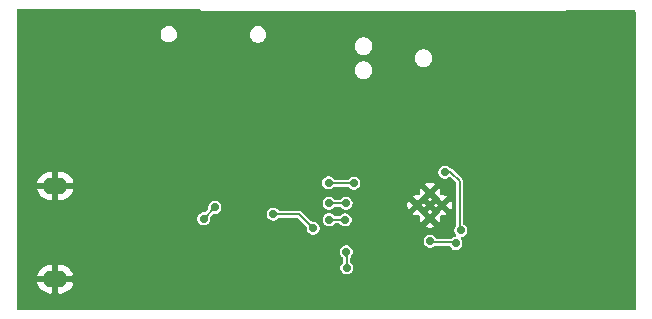
<source format=gbl>
%TF.GenerationSoftware,KiCad,Pcbnew,9.0.3*%
%TF.CreationDate,2025-09-07T14:42:41+02:00*%
%TF.ProjectId,LoTiBloxy,4c6f5469-426c-46f7-9879-2e6b69636164,rev?*%
%TF.SameCoordinates,Original*%
%TF.FileFunction,Copper,L2,Bot*%
%TF.FilePolarity,Positive*%
%FSLAX46Y46*%
G04 Gerber Fmt 4.6, Leading zero omitted, Abs format (unit mm)*
G04 Created by KiCad (PCBNEW 9.0.3) date 2025-09-07 14:42:41*
%MOMM*%
%LPD*%
G01*
G04 APERTURE LIST*
%TA.AperFunction,ComponentPad*%
%ADD10C,0.700000*%
%TD*%
%TA.AperFunction,ComponentPad*%
%ADD11O,2.108200X1.422400*%
%TD*%
%TA.AperFunction,ViaPad*%
%ADD12C,0.700000*%
%TD*%
%TA.AperFunction,Conductor*%
%ADD13C,0.200000*%
%TD*%
G04 APERTURE END LIST*
D10*
%TO.P,U2,33,EGP*%
%TO.N,GND*%
X115565000Y-99268196D03*
X114540000Y-100318196D03*
X114540000Y-98218196D03*
X114539997Y-99268196D03*
X113465000Y-99268196D03*
%TD*%
D11*
%TO.P,J3,6,Shield*%
%TO.N,GND*%
X82829299Y-97625000D03*
X82829299Y-105525000D03*
%TD*%
D12*
%TO.N,GND*%
X96174700Y-100975300D03*
X95325000Y-101750000D03*
X92850000Y-104250000D03*
X84375000Y-105525000D03*
X124495000Y-97955000D03*
X85450000Y-97750000D03*
X87050000Y-99100000D03*
X120000000Y-91875000D03*
X91650000Y-93000000D03*
X96250000Y-107600000D03*
X95321600Y-106771600D03*
X113300000Y-93738196D03*
X106400000Y-105750000D03*
X126150000Y-102725000D03*
X114525000Y-104925000D03*
X120950000Y-101900000D03*
X131075000Y-103900000D03*
X111000000Y-105150000D03*
X98166800Y-96316800D03*
X103775000Y-104200000D03*
X115640000Y-92410000D03*
X82850000Y-95950000D03*
X123700000Y-86800000D03*
X124500000Y-96300000D03*
X100875000Y-94350000D03*
X93200000Y-91200000D03*
X90450000Y-100600000D03*
X116700000Y-93700000D03*
X102880000Y-103105000D03*
X93175000Y-88975000D03*
X123250000Y-95200000D03*
X94300000Y-94000000D03*
X114350000Y-92700000D03*
X99475000Y-97325000D03*
X119585000Y-106050001D03*
X119845000Y-102795000D03*
X124600000Y-102800000D03*
X90000000Y-88975000D03*
X93250000Y-93200000D03*
X98960000Y-95140000D03*
X81225000Y-100375000D03*
X112050000Y-105850000D03*
X82850000Y-103850000D03*
X128250000Y-102800000D03*
X93088873Y-99038873D03*
X87200000Y-100250000D03*
X93975000Y-105374400D03*
X82800000Y-106825000D03*
X82850000Y-99400000D03*
X105475000Y-87600000D03*
X123245000Y-98895000D03*
X110375000Y-103896400D03*
X81200000Y-102700000D03*
X86732618Y-104056948D03*
X94350000Y-92250000D03*
X110175000Y-84575000D03*
X127250000Y-103650000D03*
X122301804Y-102798196D03*
X121900000Y-94700000D03*
X91850000Y-99650000D03*
X103250000Y-91850000D03*
X123390000Y-103640000D03*
X101600000Y-106000000D03*
X85400000Y-105150000D03*
X93975000Y-102991294D03*
X94300000Y-90200000D03*
X103250000Y-93475000D03*
X113600000Y-105850000D03*
X109480000Y-103080000D03*
X81000000Y-97600000D03*
%TO.N,/VLED*%
X95376600Y-100406600D03*
X96331902Y-99451298D03*
%TO.N,/VDD_1V8*%
X117150000Y-101400000D03*
X114550000Y-102300000D03*
X116725000Y-102500000D03*
X107500000Y-104565000D03*
X115800000Y-96450000D03*
X107450000Y-103215000D03*
%TO.N,/MCU/batCheck*%
X104650000Y-101200000D03*
X101281475Y-100025000D03*
%TO.N,/SDA*%
X106000000Y-99100000D03*
X107430000Y-99100000D03*
%TO.N,/SCL*%
X105950000Y-97375000D03*
X108090000Y-97400000D03*
%TO.N,/INTB*%
X106000000Y-100475000D03*
X107354000Y-100500000D03*
%TD*%
D13*
%TO.N,/SCL*%
X105975000Y-97400000D02*
X105950000Y-97375000D01*
X108090000Y-97400000D02*
X105975000Y-97400000D01*
%TO.N,/INTB*%
X106025000Y-100500000D02*
X106000000Y-100475000D01*
X107354000Y-100500000D02*
X106025000Y-100500000D01*
%TO.N,/SDA*%
X107430000Y-99100000D02*
X106000000Y-99100000D01*
%TO.N,/VDD_1V8*%
X117043200Y-97231200D02*
X116262000Y-96450000D01*
X117150000Y-101400000D02*
X117043200Y-101293200D01*
X117043200Y-101293200D02*
X117043200Y-97231200D01*
X116262000Y-96450000D02*
X115800000Y-96450000D01*
X116704509Y-102379509D02*
X114819507Y-102379509D01*
X116725000Y-102400000D02*
X116704509Y-102379509D01*
X116725000Y-102500000D02*
X116725000Y-102400000D01*
X114819507Y-102379509D02*
X114739998Y-102300000D01*
X114739998Y-102300000D02*
X114550000Y-102300000D01*
%TO.N,/VLED*%
X96331902Y-99451298D02*
X95376600Y-100406600D01*
%TO.N,/VDD_1V8*%
X107500000Y-103650000D02*
X107500000Y-104565000D01*
X107450000Y-103215000D02*
X107450000Y-103600000D01*
X107450000Y-103600000D02*
X107500000Y-103650000D01*
%TO.N,/MCU/batCheck*%
X103475000Y-100025000D02*
X101281475Y-100025000D01*
X104650000Y-101200000D02*
X103475000Y-100025000D01*
%TD*%
%TA.AperFunction,Conductor*%
%TO.N,GND*%
G36*
X95015677Y-82644685D02*
G01*
X95036319Y-82661319D01*
X95175000Y-82800000D01*
X126000000Y-82800000D01*
X126013681Y-82786319D01*
X126075004Y-82752834D01*
X126101362Y-82750000D01*
X131826000Y-82750000D01*
X131893039Y-82769685D01*
X131938794Y-82822489D01*
X131950000Y-82874000D01*
X131950000Y-108026000D01*
X131930315Y-108093039D01*
X131877511Y-108138794D01*
X131826000Y-108150000D01*
X79674000Y-108150000D01*
X79606961Y-108130315D01*
X79561206Y-108077511D01*
X79550000Y-108026000D01*
X79550000Y-105275000D01*
X81299699Y-105275000D01*
X82309811Y-105275000D01*
X82299247Y-105281099D01*
X82242498Y-105337848D01*
X82202371Y-105407352D01*
X82181599Y-105484872D01*
X82181599Y-105565128D01*
X82202371Y-105642648D01*
X82242498Y-105712152D01*
X82299247Y-105768901D01*
X82309811Y-105775000D01*
X81299699Y-105775000D01*
X81305025Y-105808630D01*
X81363934Y-105989936D01*
X81450488Y-106159807D01*
X81562550Y-106314045D01*
X81562550Y-106314046D01*
X81697352Y-106448848D01*
X81851591Y-106560910D01*
X82021462Y-106647464D01*
X82202772Y-106706375D01*
X82391077Y-106736200D01*
X82579299Y-106736200D01*
X82579299Y-105829800D01*
X83079299Y-105829800D01*
X83079299Y-106736200D01*
X83267521Y-106736200D01*
X83455823Y-106706375D01*
X83455826Y-106706375D01*
X83637135Y-106647464D01*
X83807006Y-106560910D01*
X83961244Y-106448848D01*
X83961245Y-106448848D01*
X84096047Y-106314046D01*
X84096047Y-106314045D01*
X84208109Y-106159807D01*
X84294663Y-105989936D01*
X84353572Y-105808630D01*
X84358899Y-105775000D01*
X83348787Y-105775000D01*
X83359351Y-105768901D01*
X83416100Y-105712152D01*
X83456227Y-105642648D01*
X83476999Y-105565128D01*
X83476999Y-105484872D01*
X83456227Y-105407352D01*
X83416100Y-105337848D01*
X83359351Y-105281099D01*
X83348787Y-105275000D01*
X84358899Y-105275000D01*
X84353572Y-105241369D01*
X84294663Y-105060063D01*
X84208109Y-104890192D01*
X84096047Y-104735954D01*
X84096047Y-104735953D01*
X83961245Y-104601151D01*
X83807006Y-104489089D01*
X83637135Y-104402535D01*
X83455825Y-104343624D01*
X83267521Y-104313800D01*
X83079299Y-104313800D01*
X83079299Y-105220200D01*
X82579299Y-105220200D01*
X82579299Y-104313800D01*
X82391077Y-104313800D01*
X82202774Y-104343624D01*
X82202771Y-104343624D01*
X82021462Y-104402535D01*
X81851591Y-104489089D01*
X81697353Y-104601151D01*
X81697352Y-104601151D01*
X81562550Y-104735953D01*
X81562550Y-104735954D01*
X81450488Y-104890192D01*
X81363934Y-105060063D01*
X81305025Y-105241369D01*
X81299699Y-105275000D01*
X79550000Y-105275000D01*
X79550000Y-103142525D01*
X106899500Y-103142525D01*
X106899500Y-103287475D01*
X106937016Y-103427485D01*
X106937017Y-103427488D01*
X107009488Y-103553011D01*
X107009490Y-103553013D01*
X107009491Y-103553015D01*
X107111985Y-103655509D01*
X107111988Y-103655510D01*
X107111991Y-103655513D01*
X107118829Y-103659461D01*
X107130529Y-103671339D01*
X107143743Y-103678406D01*
X107157329Y-103698547D01*
X107165139Y-103706476D01*
X107169550Y-103714391D01*
X107169979Y-103715989D01*
X107183357Y-103739161D01*
X107183811Y-103739975D01*
X107186486Y-103751777D01*
X107199500Y-103800346D01*
X107199500Y-104035613D01*
X107179815Y-104102652D01*
X107163182Y-104123294D01*
X107059488Y-104226988D01*
X106987017Y-104352511D01*
X106987016Y-104352515D01*
X106949500Y-104492525D01*
X106949500Y-104637475D01*
X106975888Y-104735954D01*
X106987017Y-104777488D01*
X107059488Y-104903011D01*
X107059490Y-104903013D01*
X107059491Y-104903015D01*
X107161985Y-105005509D01*
X107161986Y-105005510D01*
X107161988Y-105005511D01*
X107287511Y-105077982D01*
X107287512Y-105077982D01*
X107287515Y-105077984D01*
X107427525Y-105115500D01*
X107427528Y-105115500D01*
X107572472Y-105115500D01*
X107572475Y-105115500D01*
X107712485Y-105077984D01*
X107838015Y-105005509D01*
X107940509Y-104903015D01*
X108012984Y-104777485D01*
X108050500Y-104637475D01*
X108050500Y-104492525D01*
X108012984Y-104352515D01*
X107940509Y-104226985D01*
X107838015Y-104124491D01*
X107838014Y-104124490D01*
X107836818Y-104123294D01*
X107803334Y-104061971D01*
X107800500Y-104035613D01*
X107800500Y-103694386D01*
X107820185Y-103627347D01*
X107836819Y-103606705D01*
X107890509Y-103553015D01*
X107962984Y-103427485D01*
X108000500Y-103287475D01*
X108000500Y-103142525D01*
X107962984Y-103002515D01*
X107890509Y-102876985D01*
X107788015Y-102774491D01*
X107788013Y-102774490D01*
X107788011Y-102774488D01*
X107662488Y-102702017D01*
X107662489Y-102702017D01*
X107651006Y-102698940D01*
X107522475Y-102664500D01*
X107377525Y-102664500D01*
X107248993Y-102698940D01*
X107237511Y-102702017D01*
X107111988Y-102774488D01*
X107111982Y-102774493D01*
X107009493Y-102876982D01*
X107009488Y-102876988D01*
X106937017Y-103002511D01*
X106937016Y-103002515D01*
X106899500Y-103142525D01*
X79550000Y-103142525D01*
X79550000Y-102227525D01*
X113999500Y-102227525D01*
X113999500Y-102372475D01*
X114037016Y-102512485D01*
X114037017Y-102512488D01*
X114109488Y-102638011D01*
X114109490Y-102638013D01*
X114109491Y-102638015D01*
X114211985Y-102740509D01*
X114211986Y-102740510D01*
X114211988Y-102740511D01*
X114337511Y-102812982D01*
X114337512Y-102812982D01*
X114337515Y-102812984D01*
X114477525Y-102850500D01*
X114477528Y-102850500D01*
X114622472Y-102850500D01*
X114622475Y-102850500D01*
X114762485Y-102812984D01*
X114888015Y-102740509D01*
X114912196Y-102716328D01*
X114973519Y-102682843D01*
X114999877Y-102680009D01*
X116121674Y-102680009D01*
X116188713Y-102699694D01*
X116229061Y-102742008D01*
X116284491Y-102838015D01*
X116386985Y-102940509D01*
X116386986Y-102940510D01*
X116386988Y-102940511D01*
X116512511Y-103012982D01*
X116512512Y-103012982D01*
X116512515Y-103012984D01*
X116652525Y-103050500D01*
X116652528Y-103050500D01*
X116797472Y-103050500D01*
X116797475Y-103050500D01*
X116937485Y-103012984D01*
X117063015Y-102940509D01*
X117165509Y-102838015D01*
X117237984Y-102712485D01*
X117275500Y-102572475D01*
X117275500Y-102427525D01*
X117237984Y-102287515D01*
X117165509Y-102161985D01*
X117162622Y-102159098D01*
X117160966Y-102156066D01*
X117160562Y-102155539D01*
X117160644Y-102155475D01*
X117129137Y-102097775D01*
X117134121Y-102028083D01*
X117175993Y-101972150D01*
X117218209Y-101951642D01*
X117222471Y-101950500D01*
X117222475Y-101950500D01*
X117362485Y-101912984D01*
X117488015Y-101840509D01*
X117590509Y-101738015D01*
X117662984Y-101612485D01*
X117700500Y-101472475D01*
X117700500Y-101327525D01*
X117662984Y-101187515D01*
X117632970Y-101135530D01*
X117590511Y-101061988D01*
X117590506Y-101061982D01*
X117488017Y-100959493D01*
X117488015Y-100959491D01*
X117443893Y-100934017D01*
X117405700Y-100911966D01*
X117357484Y-100861399D01*
X117343700Y-100804579D01*
X117343700Y-97191638D01*
X117342594Y-97187511D01*
X117342593Y-97187508D01*
X117335239Y-97160063D01*
X117323222Y-97115212D01*
X117283660Y-97046689D01*
X116446511Y-96209540D01*
X116446510Y-96209539D01*
X116446507Y-96209537D01*
X116444541Y-96208402D01*
X116444537Y-96208400D01*
X116437066Y-96204087D01*
X116377989Y-96169979D01*
X116301562Y-96149500D01*
X116299049Y-96149500D01*
X116287062Y-96144647D01*
X116270810Y-96131764D01*
X116245914Y-96117390D01*
X116138017Y-96009493D01*
X116138011Y-96009488D01*
X116012488Y-95937017D01*
X116012489Y-95937017D01*
X116001006Y-95933940D01*
X115872475Y-95899500D01*
X115727525Y-95899500D01*
X115598993Y-95933940D01*
X115587511Y-95937017D01*
X115461988Y-96009488D01*
X115461982Y-96009493D01*
X115359493Y-96111982D01*
X115359488Y-96111988D01*
X115287017Y-96237511D01*
X115287016Y-96237515D01*
X115249500Y-96377525D01*
X115249500Y-96522475D01*
X115287016Y-96662485D01*
X115287017Y-96662488D01*
X115359488Y-96788011D01*
X115359490Y-96788013D01*
X115359491Y-96788015D01*
X115461985Y-96890509D01*
X115461986Y-96890510D01*
X115461988Y-96890511D01*
X115587511Y-96962982D01*
X115587512Y-96962982D01*
X115587515Y-96962984D01*
X115727525Y-97000500D01*
X115727528Y-97000500D01*
X115872472Y-97000500D01*
X115872475Y-97000500D01*
X116012485Y-96962984D01*
X116138015Y-96890509D01*
X116138017Y-96890506D01*
X116144067Y-96887014D01*
X116211967Y-96870541D01*
X116277994Y-96893393D01*
X116293749Y-96906720D01*
X116706381Y-97319352D01*
X116739866Y-97380675D01*
X116742700Y-97407033D01*
X116742700Y-100977414D01*
X116723015Y-101044453D01*
X116714217Y-101055369D01*
X116714438Y-101055539D01*
X116709488Y-101061988D01*
X116637017Y-101187511D01*
X116637016Y-101187515D01*
X116599500Y-101327525D01*
X116599500Y-101472475D01*
X116637016Y-101612485D01*
X116637017Y-101612488D01*
X116709488Y-101738011D01*
X116709493Y-101738017D01*
X116712377Y-101740901D01*
X116714032Y-101743931D01*
X116714438Y-101744461D01*
X116714355Y-101744524D01*
X116745862Y-101802224D01*
X116740878Y-101871916D01*
X116699006Y-101927849D01*
X116656790Y-101948357D01*
X116512511Y-101987017D01*
X116381953Y-102062396D01*
X116319953Y-102079009D01*
X115129664Y-102079009D01*
X115062625Y-102059324D01*
X115022277Y-102017009D01*
X115004961Y-101987017D01*
X114990509Y-101961985D01*
X114888015Y-101859491D01*
X114888013Y-101859490D01*
X114888011Y-101859488D01*
X114762488Y-101787017D01*
X114762489Y-101787017D01*
X114751006Y-101783940D01*
X114622475Y-101749500D01*
X114477525Y-101749500D01*
X114348993Y-101783940D01*
X114337511Y-101787017D01*
X114211988Y-101859488D01*
X114211982Y-101859493D01*
X114109493Y-101961982D01*
X114109488Y-101961988D01*
X114037017Y-102087511D01*
X114037016Y-102087515D01*
X113999500Y-102227525D01*
X79550000Y-102227525D01*
X79550000Y-100334125D01*
X94826100Y-100334125D01*
X94826100Y-100479075D01*
X94862034Y-100613181D01*
X94863617Y-100619088D01*
X94936088Y-100744611D01*
X94936090Y-100744613D01*
X94936091Y-100744615D01*
X95038585Y-100847109D01*
X95038586Y-100847110D01*
X95038588Y-100847111D01*
X95164111Y-100919582D01*
X95164112Y-100919582D01*
X95164115Y-100919584D01*
X95304125Y-100957100D01*
X95304128Y-100957100D01*
X95449072Y-100957100D01*
X95449075Y-100957100D01*
X95589085Y-100919584D01*
X95714615Y-100847109D01*
X95817109Y-100744615D01*
X95889584Y-100619085D01*
X95927100Y-100479075D01*
X95927100Y-100334125D01*
X95927100Y-100332432D01*
X95946785Y-100265393D01*
X95963419Y-100244751D01*
X96170053Y-100038117D01*
X96231376Y-100004632D01*
X96257734Y-100001798D01*
X96404374Y-100001798D01*
X96404377Y-100001798D01*
X96544387Y-99964282D01*
X96564751Y-99952525D01*
X100730975Y-99952525D01*
X100730975Y-100097475D01*
X100768491Y-100237485D01*
X100768492Y-100237488D01*
X100840963Y-100363011D01*
X100840965Y-100363013D01*
X100840966Y-100363015D01*
X100943460Y-100465509D01*
X100943461Y-100465510D01*
X100943463Y-100465511D01*
X101068986Y-100537982D01*
X101068987Y-100537982D01*
X101068990Y-100537984D01*
X101209000Y-100575500D01*
X101209003Y-100575500D01*
X101353947Y-100575500D01*
X101353950Y-100575500D01*
X101493960Y-100537984D01*
X101619490Y-100465509D01*
X101721984Y-100363015D01*
X101721984Y-100363014D01*
X101723180Y-100361819D01*
X101784503Y-100328334D01*
X101810861Y-100325500D01*
X103299167Y-100325500D01*
X103366206Y-100345185D01*
X103386848Y-100361819D01*
X104063181Y-101038152D01*
X104096666Y-101099475D01*
X104099500Y-101125833D01*
X104099500Y-101127525D01*
X104099500Y-101272475D01*
X104137016Y-101412485D01*
X104137017Y-101412488D01*
X104209488Y-101538011D01*
X104209490Y-101538013D01*
X104209491Y-101538015D01*
X104311985Y-101640509D01*
X104311986Y-101640510D01*
X104311988Y-101640511D01*
X104437511Y-101712982D01*
X104437512Y-101712982D01*
X104437515Y-101712984D01*
X104577525Y-101750500D01*
X104577528Y-101750500D01*
X104722472Y-101750500D01*
X104722475Y-101750500D01*
X104862485Y-101712984D01*
X104988015Y-101640509D01*
X105090509Y-101538015D01*
X105162984Y-101412485D01*
X105200500Y-101272475D01*
X105200500Y-101127525D01*
X105185705Y-101072310D01*
X114139437Y-101072310D01*
X114292063Y-101135530D01*
X114292071Y-101135532D01*
X114456277Y-101168195D01*
X114456280Y-101168196D01*
X114623720Y-101168196D01*
X114623722Y-101168195D01*
X114787928Y-101135532D01*
X114787936Y-101135530D01*
X114940561Y-101072310D01*
X114540001Y-100671749D01*
X114540000Y-100671749D01*
X114139437Y-101072310D01*
X105185705Y-101072310D01*
X105162984Y-100987515D01*
X105146805Y-100959493D01*
X105090511Y-100861988D01*
X105090506Y-100861982D01*
X104988017Y-100759493D01*
X104988011Y-100759488D01*
X104862488Y-100687017D01*
X104862489Y-100687017D01*
X104851006Y-100683940D01*
X104722475Y-100649500D01*
X104577525Y-100649500D01*
X104575833Y-100649500D01*
X104546392Y-100640855D01*
X104516406Y-100634332D01*
X104511390Y-100630577D01*
X104508794Y-100629815D01*
X104488152Y-100613181D01*
X104277496Y-100402525D01*
X105449500Y-100402525D01*
X105449500Y-100547475D01*
X105486891Y-100687017D01*
X105487017Y-100687488D01*
X105559488Y-100813011D01*
X105559490Y-100813013D01*
X105559491Y-100813015D01*
X105661985Y-100915509D01*
X105661986Y-100915510D01*
X105661988Y-100915511D01*
X105787511Y-100987982D01*
X105787512Y-100987982D01*
X105787515Y-100987984D01*
X105927525Y-101025500D01*
X105927528Y-101025500D01*
X106072472Y-101025500D01*
X106072475Y-101025500D01*
X106212485Y-100987984D01*
X106338015Y-100915509D01*
X106416706Y-100836818D01*
X106478030Y-100803334D01*
X106504387Y-100800500D01*
X106824614Y-100800500D01*
X106891653Y-100820185D01*
X106912295Y-100836819D01*
X106913491Y-100838015D01*
X107015985Y-100940509D01*
X107015986Y-100940510D01*
X107015988Y-100940511D01*
X107141511Y-101012982D01*
X107141512Y-101012982D01*
X107141515Y-101012984D01*
X107281525Y-101050500D01*
X107281528Y-101050500D01*
X107426472Y-101050500D01*
X107426475Y-101050500D01*
X107566485Y-101012984D01*
X107692015Y-100940509D01*
X107794509Y-100838015D01*
X107866984Y-100712485D01*
X107904500Y-100572475D01*
X107904500Y-100427525D01*
X107866984Y-100287515D01*
X107852550Y-100262515D01*
X107794511Y-100161988D01*
X107794506Y-100161982D01*
X107692017Y-100059493D01*
X107692011Y-100059488D01*
X107627617Y-100022310D01*
X113064437Y-100022310D01*
X113217063Y-100085530D01*
X113217071Y-100085532D01*
X113381277Y-100118195D01*
X113381280Y-100118196D01*
X113548719Y-100118196D01*
X113553847Y-100117691D01*
X113622493Y-100130710D01*
X113673203Y-100178776D01*
X113690000Y-100241094D01*
X113690000Y-100401918D01*
X113722663Y-100566124D01*
X113722665Y-100566132D01*
X113785883Y-100718756D01*
X114186446Y-100318196D01*
X114156609Y-100288359D01*
X114390000Y-100288359D01*
X114390000Y-100348033D01*
X114412836Y-100403164D01*
X114455032Y-100445360D01*
X114510163Y-100468196D01*
X114569837Y-100468196D01*
X114624968Y-100445360D01*
X114667164Y-100403164D01*
X114690000Y-100348033D01*
X114690000Y-100318195D01*
X114893553Y-100318195D01*
X114893553Y-100318196D01*
X115294114Y-100718757D01*
X115357334Y-100566132D01*
X115357336Y-100566124D01*
X115389999Y-100401918D01*
X115390000Y-100401916D01*
X115390000Y-100242196D01*
X115409685Y-100175157D01*
X115462489Y-100129402D01*
X115514000Y-100118196D01*
X115648720Y-100118196D01*
X115648722Y-100118195D01*
X115812928Y-100085532D01*
X115812936Y-100085530D01*
X115965561Y-100022310D01*
X115565001Y-99621749D01*
X115395208Y-99791540D01*
X115387356Y-99805674D01*
X115381239Y-99826504D01*
X115364608Y-99847140D01*
X114893553Y-100318195D01*
X114690000Y-100318195D01*
X114690000Y-100288359D01*
X114667164Y-100233228D01*
X114624968Y-100191032D01*
X114569837Y-100168196D01*
X114510163Y-100168196D01*
X114455032Y-100191032D01*
X114412836Y-100233228D01*
X114390000Y-100288359D01*
X114156609Y-100288359D01*
X113982726Y-100114476D01*
X113953010Y-100105751D01*
X113932368Y-100089117D01*
X113636444Y-99793193D01*
X114368871Y-99793193D01*
X114540028Y-99964613D01*
X114707758Y-99796882D01*
X114707758Y-99789509D01*
X114540025Y-99621776D01*
X114368871Y-99793193D01*
X113636444Y-99793193D01*
X113465000Y-99621749D01*
X113064437Y-100022310D01*
X107627617Y-100022310D01*
X107566488Y-99987017D01*
X107566489Y-99987017D01*
X107555006Y-99983940D01*
X107426475Y-99949500D01*
X107281525Y-99949500D01*
X107152993Y-99983940D01*
X107141511Y-99987017D01*
X107015988Y-100059488D01*
X107015982Y-100059493D01*
X106912295Y-100163181D01*
X106850972Y-100196666D01*
X106824614Y-100199500D01*
X106548193Y-100199500D01*
X106481154Y-100179815D01*
X106446035Y-100142985D01*
X106445455Y-100143431D01*
X106441312Y-100138031D01*
X106440808Y-100137503D01*
X106440509Y-100136985D01*
X106338015Y-100034491D01*
X106338013Y-100034490D01*
X106338011Y-100034488D01*
X106212488Y-99962017D01*
X106212489Y-99962017D01*
X106201006Y-99958940D01*
X106072475Y-99924500D01*
X105927525Y-99924500D01*
X105798993Y-99958940D01*
X105787511Y-99962017D01*
X105661988Y-100034488D01*
X105661982Y-100034493D01*
X105559493Y-100136982D01*
X105559488Y-100136988D01*
X105487017Y-100262511D01*
X105487016Y-100262515D01*
X105449500Y-100402525D01*
X104277496Y-100402525D01*
X103659512Y-99784541D01*
X103659511Y-99784540D01*
X103637406Y-99771778D01*
X103637406Y-99771776D01*
X103637403Y-99771776D01*
X103590994Y-99744981D01*
X103590991Y-99744979D01*
X103552775Y-99734739D01*
X103514562Y-99724500D01*
X103514560Y-99724500D01*
X101810861Y-99724500D01*
X101743822Y-99704815D01*
X101723180Y-99688181D01*
X101619492Y-99584493D01*
X101619486Y-99584488D01*
X101493963Y-99512017D01*
X101493964Y-99512017D01*
X101482481Y-99508940D01*
X101353950Y-99474500D01*
X101209000Y-99474500D01*
X101080468Y-99508940D01*
X101068986Y-99512017D01*
X100943463Y-99584488D01*
X100943457Y-99584493D01*
X100840968Y-99686982D01*
X100840963Y-99686988D01*
X100768492Y-99812511D01*
X100768491Y-99812515D01*
X100730975Y-99952525D01*
X96564751Y-99952525D01*
X96669917Y-99891807D01*
X96772411Y-99789313D01*
X96844886Y-99663783D01*
X96882402Y-99523773D01*
X96882402Y-99378823D01*
X96844886Y-99238813D01*
X96772411Y-99113283D01*
X96686653Y-99027525D01*
X105449500Y-99027525D01*
X105449500Y-99172475D01*
X105475149Y-99268196D01*
X105487017Y-99312488D01*
X105559488Y-99438011D01*
X105559490Y-99438013D01*
X105559491Y-99438015D01*
X105661985Y-99540509D01*
X105661986Y-99540510D01*
X105661988Y-99540511D01*
X105787511Y-99612982D01*
X105787512Y-99612982D01*
X105787515Y-99612984D01*
X105927525Y-99650500D01*
X105927528Y-99650500D01*
X106072472Y-99650500D01*
X106072475Y-99650500D01*
X106212485Y-99612984D01*
X106338015Y-99540509D01*
X106440509Y-99438015D01*
X106440509Y-99438014D01*
X106441705Y-99436819D01*
X106503028Y-99403334D01*
X106529386Y-99400500D01*
X106900614Y-99400500D01*
X106967653Y-99420185D01*
X106988295Y-99436819D01*
X106989491Y-99438015D01*
X107091985Y-99540509D01*
X107091986Y-99540510D01*
X107091988Y-99540511D01*
X107217511Y-99612982D01*
X107217512Y-99612982D01*
X107217515Y-99612984D01*
X107357525Y-99650500D01*
X107357528Y-99650500D01*
X107502472Y-99650500D01*
X107502475Y-99650500D01*
X107642485Y-99612984D01*
X107768015Y-99540509D01*
X107870509Y-99438015D01*
X107942984Y-99312485D01*
X107977285Y-99184473D01*
X112615000Y-99184473D01*
X112615000Y-99351918D01*
X112647663Y-99516124D01*
X112647665Y-99516132D01*
X112710883Y-99668756D01*
X113111446Y-99268196D01*
X113111446Y-99268195D01*
X113081610Y-99238359D01*
X113315000Y-99238359D01*
X113315000Y-99298033D01*
X113337836Y-99353164D01*
X113380032Y-99395360D01*
X113435163Y-99418196D01*
X113494837Y-99418196D01*
X113549968Y-99395360D01*
X113592164Y-99353164D01*
X113615000Y-99298033D01*
X113615000Y-99268196D01*
X113818553Y-99268196D01*
X114002498Y-99452141D01*
X114186443Y-99268196D01*
X114156606Y-99238359D01*
X114389997Y-99238359D01*
X114389997Y-99298033D01*
X114412833Y-99353164D01*
X114455029Y-99395360D01*
X114510160Y-99418196D01*
X114569834Y-99418196D01*
X114624965Y-99395360D01*
X114667161Y-99353164D01*
X114689997Y-99298033D01*
X114689997Y-99268195D01*
X114893550Y-99268195D01*
X115052498Y-99427142D01*
X115211445Y-99268195D01*
X115181609Y-99238359D01*
X115415000Y-99238359D01*
X115415000Y-99298033D01*
X115437836Y-99353164D01*
X115480032Y-99395360D01*
X115535163Y-99418196D01*
X115594837Y-99418196D01*
X115649968Y-99395360D01*
X115692164Y-99353164D01*
X115715000Y-99298033D01*
X115715000Y-99268195D01*
X115918553Y-99268195D01*
X115918553Y-99268196D01*
X116319114Y-99668757D01*
X116382334Y-99516132D01*
X116382336Y-99516124D01*
X116414999Y-99351918D01*
X116415000Y-99351916D01*
X116415000Y-99184475D01*
X116414999Y-99184473D01*
X116382336Y-99020267D01*
X116382334Y-99020259D01*
X116319114Y-98867633D01*
X115918553Y-99268195D01*
X115715000Y-99268195D01*
X115715000Y-99238359D01*
X115692164Y-99183228D01*
X115649968Y-99141032D01*
X115594837Y-99118196D01*
X115535163Y-99118196D01*
X115480032Y-99141032D01*
X115437836Y-99183228D01*
X115415000Y-99238359D01*
X115181609Y-99238359D01*
X115052498Y-99109248D01*
X114893550Y-99268195D01*
X114689997Y-99268195D01*
X114689997Y-99238359D01*
X114667161Y-99183228D01*
X114624965Y-99141032D01*
X114569834Y-99118196D01*
X114510160Y-99118196D01*
X114455029Y-99141032D01*
X114412833Y-99183228D01*
X114389997Y-99238359D01*
X114156606Y-99238359D01*
X114002498Y-99084250D01*
X113818553Y-99268196D01*
X113615000Y-99268196D01*
X113615000Y-99238359D01*
X113592164Y-99183228D01*
X113549968Y-99141032D01*
X113494837Y-99118196D01*
X113435163Y-99118196D01*
X113380032Y-99141032D01*
X113337836Y-99183228D01*
X113315000Y-99238359D01*
X113081610Y-99238359D01*
X112710884Y-98867633D01*
X112647665Y-99020258D01*
X112647662Y-99020267D01*
X112615000Y-99184473D01*
X107977285Y-99184473D01*
X107980500Y-99172475D01*
X107980500Y-99027525D01*
X107942984Y-98887515D01*
X107892168Y-98799500D01*
X107870511Y-98761988D01*
X107870506Y-98761982D01*
X107768017Y-98659493D01*
X107768015Y-98659491D01*
X107642485Y-98587016D01*
X107502475Y-98549500D01*
X107357525Y-98549500D01*
X107228993Y-98583940D01*
X107217511Y-98587017D01*
X107091988Y-98659488D01*
X107091982Y-98659493D01*
X106988295Y-98763181D01*
X106926972Y-98796666D01*
X106900614Y-98799500D01*
X106529386Y-98799500D01*
X106462347Y-98779815D01*
X106441705Y-98763181D01*
X106338017Y-98659493D01*
X106338011Y-98659488D01*
X106212488Y-98587017D01*
X106212489Y-98587017D01*
X106201006Y-98583940D01*
X106072475Y-98549500D01*
X105927525Y-98549500D01*
X105798993Y-98583940D01*
X105787511Y-98587017D01*
X105661988Y-98659488D01*
X105661982Y-98659493D01*
X105559493Y-98761982D01*
X105559488Y-98761988D01*
X105487017Y-98887511D01*
X105487016Y-98887515D01*
X105449500Y-99027525D01*
X96686653Y-99027525D01*
X96669917Y-99010789D01*
X96669915Y-99010788D01*
X96669913Y-99010786D01*
X96544390Y-98938315D01*
X96544391Y-98938315D01*
X96532908Y-98935238D01*
X96404377Y-98900798D01*
X96259427Y-98900798D01*
X96130895Y-98935238D01*
X96119413Y-98938315D01*
X95993890Y-99010786D01*
X95993884Y-99010791D01*
X95891395Y-99113280D01*
X95891390Y-99113286D01*
X95818919Y-99238809D01*
X95818918Y-99238813D01*
X95781402Y-99378823D01*
X95781402Y-99378825D01*
X95781402Y-99525464D01*
X95761717Y-99592503D01*
X95745083Y-99613145D01*
X95538447Y-99819781D01*
X95477124Y-99853266D01*
X95450766Y-99856100D01*
X95449075Y-99856100D01*
X95304125Y-99856100D01*
X95175593Y-99890540D01*
X95164111Y-99893617D01*
X95038588Y-99966088D01*
X95038582Y-99966093D01*
X94936093Y-100068582D01*
X94936088Y-100068588D01*
X94863617Y-100194111D01*
X94863616Y-100194115D01*
X94826100Y-100334125D01*
X79550000Y-100334125D01*
X79550000Y-97375000D01*
X81299699Y-97375000D01*
X82309811Y-97375000D01*
X82299247Y-97381099D01*
X82242498Y-97437848D01*
X82202371Y-97507352D01*
X82181599Y-97584872D01*
X82181599Y-97665128D01*
X82202371Y-97742648D01*
X82242498Y-97812152D01*
X82299247Y-97868901D01*
X82309811Y-97875000D01*
X81299699Y-97875000D01*
X81305025Y-97908630D01*
X81363934Y-98089936D01*
X81450488Y-98259807D01*
X81562550Y-98414045D01*
X81562550Y-98414046D01*
X81697352Y-98548848D01*
X81851591Y-98660910D01*
X82021462Y-98747464D01*
X82202772Y-98806375D01*
X82391077Y-98836200D01*
X82579299Y-98836200D01*
X82579299Y-97929800D01*
X83079299Y-97929800D01*
X83079299Y-98836200D01*
X83267521Y-98836200D01*
X83455823Y-98806375D01*
X83455826Y-98806375D01*
X83637135Y-98747464D01*
X83807006Y-98660910D01*
X83961244Y-98548848D01*
X83961245Y-98548848D01*
X83996013Y-98514080D01*
X113064437Y-98514080D01*
X113464999Y-98914642D01*
X113465000Y-98914642D01*
X113636659Y-98742984D01*
X114368551Y-98742984D01*
X114368551Y-98743409D01*
X114539961Y-98914642D01*
X114539998Y-98914642D01*
X114707758Y-98746880D01*
X114707758Y-98739508D01*
X114540000Y-98571749D01*
X114539964Y-98571749D01*
X114368551Y-98742984D01*
X113636659Y-98742984D01*
X113775740Y-98603903D01*
X113932370Y-98447273D01*
X113987435Y-98417205D01*
X114186446Y-98218195D01*
X114156610Y-98188359D01*
X114390000Y-98188359D01*
X114390000Y-98248033D01*
X114412836Y-98303164D01*
X114455032Y-98345360D01*
X114510163Y-98368196D01*
X114569837Y-98368196D01*
X114624968Y-98345360D01*
X114667164Y-98303164D01*
X114690000Y-98248033D01*
X114690000Y-98218195D01*
X114893553Y-98218195D01*
X114893553Y-98218196D01*
X115364607Y-98689250D01*
X115395258Y-98744901D01*
X115565000Y-98914642D01*
X115565001Y-98914642D01*
X115965561Y-98514080D01*
X115812936Y-98450861D01*
X115812928Y-98450859D01*
X115648721Y-98418196D01*
X115514000Y-98418196D01*
X115446961Y-98398511D01*
X115401206Y-98345707D01*
X115390000Y-98294196D01*
X115390000Y-98134475D01*
X115389999Y-98134473D01*
X115357336Y-97970267D01*
X115357334Y-97970259D01*
X115294114Y-97817633D01*
X114893553Y-98218195D01*
X114690000Y-98218195D01*
X114690000Y-98188359D01*
X114667164Y-98133228D01*
X114624968Y-98091032D01*
X114569837Y-98068196D01*
X114510163Y-98068196D01*
X114455032Y-98091032D01*
X114412836Y-98133228D01*
X114390000Y-98188359D01*
X114156610Y-98188359D01*
X113785884Y-97817633D01*
X113722665Y-97970258D01*
X113722662Y-97970267D01*
X113690000Y-98134473D01*
X113690000Y-98295297D01*
X113670315Y-98362336D01*
X113617511Y-98408091D01*
X113553858Y-98418701D01*
X113548725Y-98418196D01*
X113381279Y-98418196D01*
X113217071Y-98450858D01*
X113217062Y-98450861D01*
X113064437Y-98514080D01*
X83996013Y-98514080D01*
X84096047Y-98414046D01*
X84096047Y-98414045D01*
X84208109Y-98259807D01*
X84294663Y-98089936D01*
X84353572Y-97908630D01*
X84358899Y-97875000D01*
X83348787Y-97875000D01*
X83359351Y-97868901D01*
X83416100Y-97812152D01*
X83456227Y-97742648D01*
X83476999Y-97665128D01*
X83476999Y-97584872D01*
X83456227Y-97507352D01*
X83416100Y-97437848D01*
X83359351Y-97381099D01*
X83348787Y-97375000D01*
X84358899Y-97375000D01*
X84353573Y-97341373D01*
X84350761Y-97332718D01*
X84350760Y-97332715D01*
X84340951Y-97302525D01*
X105399500Y-97302525D01*
X105399500Y-97447475D01*
X105436316Y-97584872D01*
X105437017Y-97587488D01*
X105509488Y-97713011D01*
X105509490Y-97713013D01*
X105509491Y-97713015D01*
X105611985Y-97815509D01*
X105611986Y-97815510D01*
X105611988Y-97815511D01*
X105737511Y-97887982D01*
X105737512Y-97887982D01*
X105737515Y-97887984D01*
X105877525Y-97925500D01*
X105877528Y-97925500D01*
X106022472Y-97925500D01*
X106022475Y-97925500D01*
X106162485Y-97887984D01*
X106288015Y-97815509D01*
X106366706Y-97736818D01*
X106428030Y-97703334D01*
X106454387Y-97700500D01*
X107560614Y-97700500D01*
X107627653Y-97720185D01*
X107648295Y-97736819D01*
X107649491Y-97738015D01*
X107751985Y-97840509D01*
X107751986Y-97840510D01*
X107751988Y-97840511D01*
X107877511Y-97912982D01*
X107877512Y-97912982D01*
X107877515Y-97912984D01*
X108017525Y-97950500D01*
X108017528Y-97950500D01*
X108162472Y-97950500D01*
X108162475Y-97950500D01*
X108302485Y-97912984D01*
X108428015Y-97840509D01*
X108530509Y-97738015D01*
X108602984Y-97612485D01*
X108640500Y-97472475D01*
X108640500Y-97464080D01*
X114139437Y-97464080D01*
X114540000Y-97864642D01*
X114540001Y-97864642D01*
X114940561Y-97464080D01*
X114787936Y-97400861D01*
X114787928Y-97400859D01*
X114623721Y-97368196D01*
X114456279Y-97368196D01*
X114292071Y-97400858D01*
X114292062Y-97400861D01*
X114139437Y-97464080D01*
X108640500Y-97464080D01*
X108640500Y-97327525D01*
X108602984Y-97187515D01*
X108602982Y-97187511D01*
X108602982Y-97187510D01*
X108602981Y-97187508D01*
X108530511Y-97061988D01*
X108530506Y-97061982D01*
X108428017Y-96959493D01*
X108428011Y-96959488D01*
X108302488Y-96887017D01*
X108302489Y-96887017D01*
X108291006Y-96883940D01*
X108162475Y-96849500D01*
X108017525Y-96849500D01*
X107888993Y-96883940D01*
X107877511Y-96887017D01*
X107751988Y-96959488D01*
X107751982Y-96959493D01*
X107648295Y-97063181D01*
X107586972Y-97096666D01*
X107560614Y-97099500D01*
X106498193Y-97099500D01*
X106431154Y-97079815D01*
X106396035Y-97042985D01*
X106395455Y-97043431D01*
X106391312Y-97038031D01*
X106390808Y-97037503D01*
X106390509Y-97036985D01*
X106288015Y-96934491D01*
X106288013Y-96934490D01*
X106288011Y-96934488D01*
X106162488Y-96862017D01*
X106162489Y-96862017D01*
X106151006Y-96858940D01*
X106022475Y-96824500D01*
X105877525Y-96824500D01*
X105748993Y-96858940D01*
X105737511Y-96862017D01*
X105611988Y-96934488D01*
X105611982Y-96934493D01*
X105509493Y-97036982D01*
X105509488Y-97036988D01*
X105437017Y-97162511D01*
X105437016Y-97162515D01*
X105399500Y-97302525D01*
X84340951Y-97302525D01*
X84294663Y-97160063D01*
X84208109Y-96990192D01*
X84096047Y-96835954D01*
X84096047Y-96835953D01*
X83961245Y-96701151D01*
X83807006Y-96589089D01*
X83637135Y-96502535D01*
X83455825Y-96443624D01*
X83267521Y-96413800D01*
X83079299Y-96413800D01*
X83079299Y-97320200D01*
X82579299Y-97320200D01*
X82579299Y-96413800D01*
X82391077Y-96413800D01*
X82202774Y-96443624D01*
X82202771Y-96443624D01*
X82021462Y-96502535D01*
X81851591Y-96589089D01*
X81697353Y-96701151D01*
X81697352Y-96701151D01*
X81562550Y-96835953D01*
X81562550Y-96835954D01*
X81450488Y-96990192D01*
X81363934Y-97160063D01*
X81305025Y-97341369D01*
X81299699Y-97375000D01*
X79550000Y-97375000D01*
X79550000Y-87742540D01*
X108174200Y-87742540D01*
X108174200Y-87889459D01*
X108202858Y-88033534D01*
X108202861Y-88033544D01*
X108259078Y-88169266D01*
X108259083Y-88169275D01*
X108340698Y-88291419D01*
X108340701Y-88291423D01*
X108444576Y-88395298D01*
X108444580Y-88395301D01*
X108566724Y-88476916D01*
X108566730Y-88476919D01*
X108566731Y-88476920D01*
X108702458Y-88533140D01*
X108846540Y-88561799D01*
X108846544Y-88561800D01*
X108846545Y-88561800D01*
X108993456Y-88561800D01*
X108993457Y-88561799D01*
X109137542Y-88533140D01*
X109273269Y-88476920D01*
X109395420Y-88395301D01*
X109499301Y-88291420D01*
X109580920Y-88169269D01*
X109637140Y-88033542D01*
X109665800Y-87889455D01*
X109665800Y-87742545D01*
X109637140Y-87598458D01*
X109580920Y-87462731D01*
X109580919Y-87462730D01*
X109580916Y-87462724D01*
X109499301Y-87340580D01*
X109499298Y-87340576D01*
X109395423Y-87236701D01*
X109395419Y-87236698D01*
X109273275Y-87155083D01*
X109273266Y-87155078D01*
X109137544Y-87098861D01*
X109137545Y-87098861D01*
X109137542Y-87098860D01*
X109137538Y-87098859D01*
X109137534Y-87098858D01*
X108993459Y-87070200D01*
X108993455Y-87070200D01*
X108846545Y-87070200D01*
X108846540Y-87070200D01*
X108702465Y-87098858D01*
X108702455Y-87098861D01*
X108566733Y-87155078D01*
X108566724Y-87155083D01*
X108444580Y-87236698D01*
X108444576Y-87236701D01*
X108340701Y-87340576D01*
X108340698Y-87340580D01*
X108259083Y-87462724D01*
X108259078Y-87462733D01*
X108202861Y-87598455D01*
X108202858Y-87598465D01*
X108174200Y-87742540D01*
X79550000Y-87742540D01*
X79550000Y-86726540D01*
X113254200Y-86726540D01*
X113254200Y-86873459D01*
X113282858Y-87017534D01*
X113282861Y-87017544D01*
X113339078Y-87153266D01*
X113339083Y-87153275D01*
X113420698Y-87275419D01*
X113420701Y-87275423D01*
X113524576Y-87379298D01*
X113524580Y-87379301D01*
X113646724Y-87460916D01*
X113646730Y-87460919D01*
X113646731Y-87460920D01*
X113782458Y-87517140D01*
X113926540Y-87545799D01*
X113926544Y-87545800D01*
X113926545Y-87545800D01*
X114073456Y-87545800D01*
X114073457Y-87545799D01*
X114217542Y-87517140D01*
X114353269Y-87460920D01*
X114475420Y-87379301D01*
X114579301Y-87275420D01*
X114660920Y-87153269D01*
X114717140Y-87017542D01*
X114745800Y-86873455D01*
X114745800Y-86726545D01*
X114717140Y-86582458D01*
X114660920Y-86446731D01*
X114660919Y-86446730D01*
X114660916Y-86446724D01*
X114579301Y-86324580D01*
X114579298Y-86324576D01*
X114475423Y-86220701D01*
X114475419Y-86220698D01*
X114353275Y-86139083D01*
X114353266Y-86139078D01*
X114217544Y-86082861D01*
X114217545Y-86082861D01*
X114217542Y-86082860D01*
X114217538Y-86082859D01*
X114217534Y-86082858D01*
X114073459Y-86054200D01*
X114073455Y-86054200D01*
X113926545Y-86054200D01*
X113926540Y-86054200D01*
X113782465Y-86082858D01*
X113782455Y-86082861D01*
X113646733Y-86139078D01*
X113646724Y-86139083D01*
X113524580Y-86220698D01*
X113524576Y-86220701D01*
X113420701Y-86324576D01*
X113420698Y-86324580D01*
X113339083Y-86446724D01*
X113339078Y-86446733D01*
X113282861Y-86582455D01*
X113282858Y-86582465D01*
X113254200Y-86726540D01*
X79550000Y-86726540D01*
X79550000Y-85710540D01*
X108174200Y-85710540D01*
X108174200Y-85857459D01*
X108202858Y-86001534D01*
X108202861Y-86001544D01*
X108259078Y-86137266D01*
X108259083Y-86137275D01*
X108340698Y-86259419D01*
X108340701Y-86259423D01*
X108444576Y-86363298D01*
X108444580Y-86363301D01*
X108566724Y-86444916D01*
X108566730Y-86444919D01*
X108566731Y-86444920D01*
X108702458Y-86501140D01*
X108846540Y-86529799D01*
X108846544Y-86529800D01*
X108846545Y-86529800D01*
X108993456Y-86529800D01*
X108993457Y-86529799D01*
X109137542Y-86501140D01*
X109273269Y-86444920D01*
X109395420Y-86363301D01*
X109499301Y-86259420D01*
X109580920Y-86137269D01*
X109637140Y-86001542D01*
X109665800Y-85857455D01*
X109665800Y-85710545D01*
X109637140Y-85566458D01*
X109588313Y-85448580D01*
X109580921Y-85430733D01*
X109580916Y-85430724D01*
X109499301Y-85308580D01*
X109499298Y-85308576D01*
X109395423Y-85204701D01*
X109395419Y-85204698D01*
X109273275Y-85123083D01*
X109273266Y-85123078D01*
X109137544Y-85066861D01*
X109137545Y-85066861D01*
X109137542Y-85066860D01*
X109137538Y-85066859D01*
X109137534Y-85066858D01*
X108993459Y-85038200D01*
X108993455Y-85038200D01*
X108846545Y-85038200D01*
X108846540Y-85038200D01*
X108702465Y-85066858D01*
X108702455Y-85066861D01*
X108566733Y-85123078D01*
X108566724Y-85123083D01*
X108444580Y-85204698D01*
X108444576Y-85204701D01*
X108340701Y-85308576D01*
X108340698Y-85308580D01*
X108259083Y-85430724D01*
X108259078Y-85430733D01*
X108202861Y-85566455D01*
X108202858Y-85566465D01*
X108174200Y-85710540D01*
X79550000Y-85710540D01*
X79550000Y-84843995D01*
X91724499Y-84843995D01*
X91751418Y-84979322D01*
X91751421Y-84979332D01*
X91804221Y-85106804D01*
X91804228Y-85106817D01*
X91880885Y-85221541D01*
X91880888Y-85221545D01*
X91978454Y-85319111D01*
X91978458Y-85319114D01*
X92093182Y-85395771D01*
X92093195Y-85395778D01*
X92177585Y-85430733D01*
X92220672Y-85448580D01*
X92220676Y-85448580D01*
X92220677Y-85448581D01*
X92356004Y-85475500D01*
X92356007Y-85475500D01*
X92493995Y-85475500D01*
X92585041Y-85457389D01*
X92629328Y-85448580D01*
X92756811Y-85395775D01*
X92871542Y-85319114D01*
X92969114Y-85221542D01*
X93045775Y-85106811D01*
X93098580Y-84979328D01*
X93120527Y-84868995D01*
X99274499Y-84868995D01*
X99301418Y-85004322D01*
X99301421Y-85004332D01*
X99354221Y-85131804D01*
X99354228Y-85131817D01*
X99430885Y-85246541D01*
X99430888Y-85246545D01*
X99528454Y-85344111D01*
X99528458Y-85344114D01*
X99643182Y-85420771D01*
X99643195Y-85420778D01*
X99770667Y-85473578D01*
X99770672Y-85473580D01*
X99770676Y-85473580D01*
X99770677Y-85473581D01*
X99906004Y-85500500D01*
X99906007Y-85500500D01*
X100043995Y-85500500D01*
X100135041Y-85482389D01*
X100179328Y-85473580D01*
X100306811Y-85420775D01*
X100421542Y-85344114D01*
X100519114Y-85246542D01*
X100595775Y-85131811D01*
X100599392Y-85123080D01*
X100648578Y-85004332D01*
X100648580Y-85004328D01*
X100675500Y-84868993D01*
X100675500Y-84731007D01*
X100675500Y-84731004D01*
X100648581Y-84595677D01*
X100648580Y-84595676D01*
X100648580Y-84595672D01*
X100638223Y-84570667D01*
X100595778Y-84468195D01*
X100595771Y-84468182D01*
X100519114Y-84353458D01*
X100519111Y-84353454D01*
X100421545Y-84255888D01*
X100421541Y-84255885D01*
X100306817Y-84179228D01*
X100306804Y-84179221D01*
X100179332Y-84126421D01*
X100179322Y-84126418D01*
X100043995Y-84099500D01*
X100043993Y-84099500D01*
X99906007Y-84099500D01*
X99906005Y-84099500D01*
X99770677Y-84126418D01*
X99770667Y-84126421D01*
X99643195Y-84179221D01*
X99643182Y-84179228D01*
X99528458Y-84255885D01*
X99528454Y-84255888D01*
X99430888Y-84353454D01*
X99430885Y-84353458D01*
X99354228Y-84468182D01*
X99354221Y-84468195D01*
X99301421Y-84595667D01*
X99301418Y-84595677D01*
X99274500Y-84731004D01*
X99274500Y-84731007D01*
X99274500Y-84868993D01*
X99274500Y-84868995D01*
X99274499Y-84868995D01*
X93120527Y-84868995D01*
X93125500Y-84843993D01*
X93125500Y-84706007D01*
X93125500Y-84706004D01*
X93098581Y-84570677D01*
X93098580Y-84570676D01*
X93098580Y-84570672D01*
X93056133Y-84468195D01*
X93045778Y-84443195D01*
X93045771Y-84443182D01*
X92969114Y-84328458D01*
X92969111Y-84328454D01*
X92871545Y-84230888D01*
X92871541Y-84230885D01*
X92756817Y-84154228D01*
X92756804Y-84154221D01*
X92629332Y-84101421D01*
X92629322Y-84101418D01*
X92493995Y-84074500D01*
X92493993Y-84074500D01*
X92356007Y-84074500D01*
X92356005Y-84074500D01*
X92220677Y-84101418D01*
X92220667Y-84101421D01*
X92093195Y-84154221D01*
X92093182Y-84154228D01*
X91978458Y-84230885D01*
X91978454Y-84230888D01*
X91880888Y-84328454D01*
X91880885Y-84328458D01*
X91804228Y-84443182D01*
X91804221Y-84443195D01*
X91751421Y-84570667D01*
X91751418Y-84570677D01*
X91724500Y-84706004D01*
X91724500Y-84706007D01*
X91724500Y-84843993D01*
X91724500Y-84843995D01*
X91724499Y-84843995D01*
X79550000Y-84843995D01*
X79550000Y-82749000D01*
X79569685Y-82681961D01*
X79622489Y-82636206D01*
X79674000Y-82625000D01*
X94948638Y-82625000D01*
X95015677Y-82644685D01*
G37*
%TD.AperFunction*%
%TD*%
M02*

</source>
